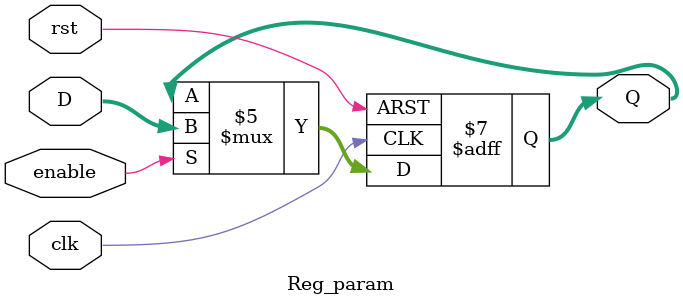
<source format=v>
module Reg_param #(
parameter width=32,
parameter reset_value = 0
) 
(
input rst, clk, enable,
input [width-1:0]D,
output reg [width-1:0]Q);

always@(posedge rst, posedge clk) begin
//always@(negedge rst, posedge clk) begin
    //if(!rst)
	 if(rst==1)
		    Q  <= reset_value;
	 else if(enable==1)
		      Q <= D;
			else
			   Q <= Q;
	end
endmodule
</source>
